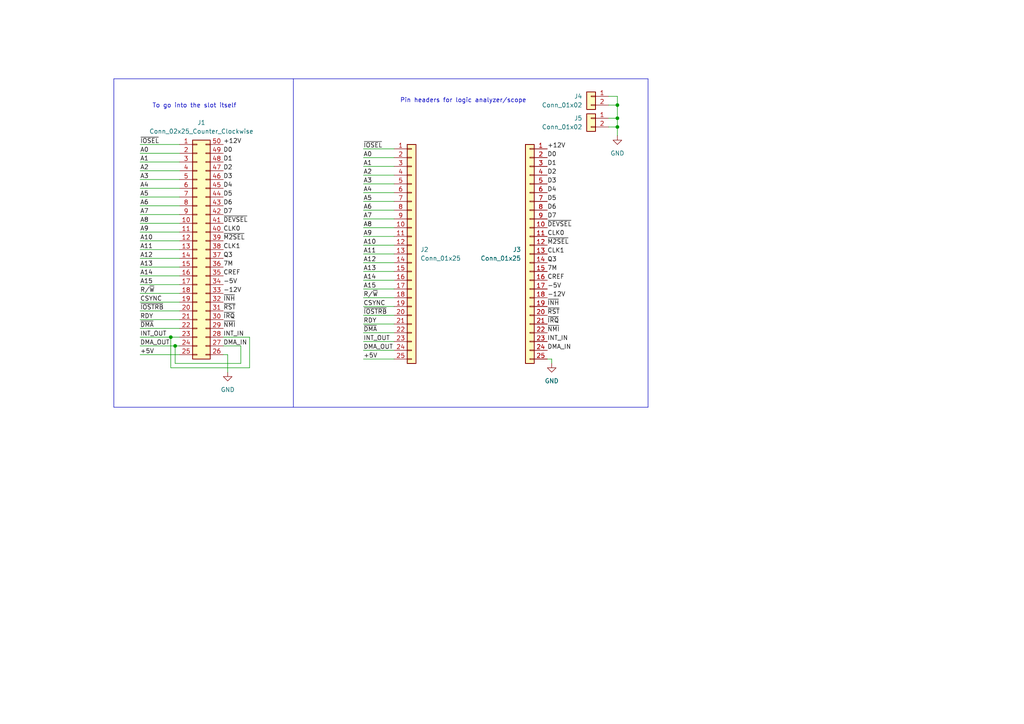
<source format=kicad_sch>
(kicad_sch (version 20250114) (generator "eeschema") (generator_version "9.0")
  (paper "A4")
  (lib_symbols
    (symbol "Connector_Generic:Conn_01x02" (pin_names (offset 1.016) (hide yes))
      (property "Reference" "J" (at 0 2.54 0))
      (property "Value" "Conn_01x02" (at 0 -5.08 0))
      (symbol "Conn_01x02_1_1"
        (rectangle (start -1.27 1.27) (end 1.27 -3.81) (stroke (width 0.254)) (fill (type background)))
        (rectangle (start -1.27 0.127) (end 0 -0.127) (stroke (width 0.1524)))
        (rectangle (start -1.27 -2.413) (end 0 -2.667) (stroke (width 0.1524)))
        (pin passive line (at -5.08 0 0) (length 3.81) (name "Pin_1") (number "1"))
        (pin passive line (at -5.08 -2.54 0) (length 3.81) (name "Pin_2") (number "2"))
      )
    )
    (symbol "Connector_Generic:Conn_01x25" (pin_names (offset 1.016) (hide yes))
      (property "Reference" "J" (at 0 33.02 0))
      (property "Value" "Conn_01x25" (at 0 -33.02 0))
      (symbol "Conn_01x25_1_1"
        (rectangle (start -1.27 31.75) (end 1.27 -31.75) (stroke (width 0.254)) (fill (type background)))
        (rectangle (start -1.27 30.607) (end 0 30.353) (stroke (width 0.1524)))
        (rectangle (start -1.27 28.067) (end 0 27.813) (stroke (width 0.1524)))
        (rectangle (start -1.27 25.527) (end 0 25.273) (stroke (width 0.1524)))
        (rectangle (start -1.27 22.987) (end 0 22.733) (stroke (width 0.1524)))
        (rectangle (start -1.27 20.447) (end 0 20.193) (stroke (width 0.1524)))
        (rectangle (start -1.27 17.907) (end 0 17.653) (stroke (width 0.1524)))
        (rectangle (start -1.27 15.367) (end 0 15.113) (stroke (width 0.1524)))
        (rectangle (start -1.27 12.827) (end 0 12.573) (stroke (width 0.1524)))
        (rectangle (start -1.27 10.287) (end 0 10.033) (stroke (width 0.1524)))
        (rectangle (start -1.27 7.747) (end 0 7.493) (stroke (width 0.1524)))
        (rectangle (start -1.27 5.207) (end 0 4.953) (stroke (width 0.1524)))
        (rectangle (start -1.27 2.667) (end 0 2.413) (stroke (width 0.1524)))
        (rectangle (start -1.27 0.127) (end 0 -0.127) (stroke (width 0.1524)))
        (rectangle (start -1.27 -2.413) (end 0 -2.667) (stroke (width 0.1524)))
        (rectangle (start -1.27 -4.953) (end 0 -5.207) (stroke (width 0.1524)))
        (rectangle (start -1.27 -7.493) (end 0 -7.747) (stroke (width 0.1524)))
        (rectangle (start -1.27 -10.033) (end 0 -10.287) (stroke (width 0.1524)))
        (rectangle (start -1.27 -12.573) (end 0 -12.827) (stroke (width 0.1524)))
        (rectangle (start -1.27 -15.113) (end 0 -15.367) (stroke (width 0.1524)))
        (rectangle (start -1.27 -17.653) (end 0 -17.907) (stroke (width 0.1524)))
        (rectangle (start -1.27 -20.193) (end 0 -20.447) (stroke (width 0.1524)))
        (rectangle (start -1.27 -22.733) (end 0 -22.987) (stroke (width 0.1524)))
        (rectangle (start -1.27 -25.273) (end 0 -25.527) (stroke (width 0.1524)))
        (rectangle (start -1.27 -27.813) (end 0 -28.067) (stroke (width 0.1524)))
        (rectangle (start -1.27 -30.353) (end 0 -30.607) (stroke (width 0.1524)))
        (pin passive line (at -5.08 30.48 0) (length 3.81) (name "Pin_1") (number "1"))
        (pin passive line (at -5.08 27.94 0) (length 3.81) (name "Pin_2") (number "2"))
        (pin passive line (at -5.08 25.4 0) (length 3.81) (name "Pin_3") (number "3"))
        (pin passive line (at -5.08 22.86 0) (length 3.81) (name "Pin_4") (number "4"))
        (pin passive line (at -5.08 20.32 0) (length 3.81) (name "Pin_5") (number "5"))
        (pin passive line (at -5.08 17.78 0) (length 3.81) (name "Pin_6") (number "6"))
        (pin passive line (at -5.08 15.24 0) (length 3.81) (name "Pin_7") (number "7"))
        (pin passive line (at -5.08 12.7 0) (length 3.81) (name "Pin_8") (number "8"))
        (pin passive line (at -5.08 10.16 0) (length 3.81) (name "Pin_9") (number "9"))
        (pin passive line (at -5.08 7.62 0) (length 3.81) (name "Pin_10") (number "10"))
        (pin passive line (at -5.08 5.08 0) (length 3.81) (name "Pin_11") (number "11"))
        (pin passive line (at -5.08 2.54 0) (length 3.81) (name "Pin_12") (number "12"))
        (pin passive line (at -5.08 0 0) (length 3.81) (name "Pin_13") (number "13"))
        (pin passive line (at -5.08 -2.54 0) (length 3.81) (name "Pin_14") (number "14"))
        (pin passive line (at -5.08 -5.08 0) (length 3.81) (name "Pin_15") (number "15"))
        (pin passive line (at -5.08 -7.62 0) (length 3.81) (name "Pin_16") (number "16"))
        (pin passive line (at -5.08 -10.16 0) (length 3.81) (name "Pin_17") (number "17"))
        (pin passive line (at -5.08 -12.7 0) (length 3.81) (name "Pin_18") (number "18"))
        (pin passive line (at -5.08 -15.24 0) (length 3.81) (name "Pin_19") (number "19"))
        (pin passive line (at -5.08 -17.78 0) (length 3.81) (name "Pin_20") (number "20"))
        (pin passive line (at -5.08 -20.32 0) (length 3.81) (name "Pin_21") (number "21"))
        (pin passive line (at -5.08 -22.86 0) (length 3.81) (name "Pin_22") (number "22"))
        (pin passive line (at -5.08 -25.4 0) (length 3.81) (name "Pin_23") (number "23"))
        (pin passive line (at -5.08 -27.94 0) (length 3.81) (name "Pin_24") (number "24"))
        (pin passive line (at -5.08 -30.48 0) (length 3.81) (name "Pin_25") (number "25"))
      )
    )
    (symbol "Connector_Generic:Conn_02x25_Counter_Clockwise" (pin_names (offset 1.016) (hide yes))
      (property "Reference" "J" (at 1.27 33.02 0))
      (property "Value" "Conn_02x25_Counter_Clockwise" (at 1.27 -33.02 0))
      (symbol "Conn_02x25_Counter_Clockwise_1_1"
        (rectangle (start -1.27 31.75) (end 3.81 -31.75) (stroke (width 0.254)) (fill (type background)))
        (rectangle (start -1.27 30.607) (end 0 30.353) (stroke (width 0.1524)))
        (rectangle (start -1.27 28.067) (end 0 27.813) (stroke (width 0.1524)))
        (rectangle (start -1.27 25.527) (end 0 25.273) (stroke (width 0.1524)))
        (rectangle (start -1.27 22.987) (end 0 22.733) (stroke (width 0.1524)))
        (rectangle (start -1.27 20.447) (end 0 20.193) (stroke (width 0.1524)))
        (rectangle (start -1.27 17.907) (end 0 17.653) (stroke (width 0.1524)))
        (rectangle (start -1.27 15.367) (end 0 15.113) (stroke (width 0.1524)))
        (rectangle (start -1.27 12.827) (end 0 12.573) (stroke (width 0.1524)))
        (rectangle (start -1.27 10.287) (end 0 10.033) (stroke (width 0.1524)))
        (rectangle (start -1.27 7.747) (end 0 7.493) (stroke (width 0.1524)))
        (rectangle (start -1.27 5.207) (end 0 4.953) (stroke (width 0.1524)))
        (rectangle (start -1.27 2.667) (end 0 2.413) (stroke (width 0.1524)))
        (rectangle (start -1.27 0.127) (end 0 -0.127) (stroke (width 0.1524)))
        (rectangle (start -1.27 -2.413) (end 0 -2.667) (stroke (width 0.1524)))
        (rectangle (start -1.27 -4.953) (end 0 -5.207) (stroke (width 0.1524)))
        (rectangle (start -1.27 -7.493) (end 0 -7.747) (stroke (width 0.1524)))
        (rectangle (start -1.27 -10.033) (end 0 -10.287) (stroke (width 0.1524)))
        (rectangle (start -1.27 -12.573) (end 0 -12.827) (stroke (width 0.1524)))
        (rectangle (start -1.27 -15.113) (end 0 -15.367) (stroke (width 0.1524)))
        (rectangle (start -1.27 -17.653) (end 0 -17.907) (stroke (width 0.1524)))
        (rectangle (start -1.27 -20.193) (end 0 -20.447) (stroke (width 0.1524)))
        (rectangle (start -1.27 -22.733) (end 0 -22.987) (stroke (width 0.1524)))
        (rectangle (start -1.27 -25.273) (end 0 -25.527) (stroke (width 0.1524)))
        (rectangle (start -1.27 -27.813) (end 0 -28.067) (stroke (width 0.1524)))
        (rectangle (start -1.27 -30.353) (end 0 -30.607) (stroke (width 0.1524)))
        (rectangle (start 3.81 30.607) (end 2.54 30.353) (stroke (width 0.1524)))
        (rectangle (start 3.81 28.067) (end 2.54 27.813) (stroke (width 0.1524)))
        (rectangle (start 3.81 25.527) (end 2.54 25.273) (stroke (width 0.1524)))
        (rectangle (start 3.81 22.987) (end 2.54 22.733) (stroke (width 0.1524)))
        (rectangle (start 3.81 20.447) (end 2.54 20.193) (stroke (width 0.1524)))
        (rectangle (start 3.81 17.907) (end 2.54 17.653) (stroke (width 0.1524)))
        (rectangle (start 3.81 15.367) (end 2.54 15.113) (stroke (width 0.1524)))
        (rectangle (start 3.81 12.827) (end 2.54 12.573) (stroke (width 0.1524)))
        (rectangle (start 3.81 10.287) (end 2.54 10.033) (stroke (width 0.1524)))
        (rectangle (start 3.81 7.747) (end 2.54 7.493) (stroke (width 0.1524)))
        (rectangle (start 3.81 5.207) (end 2.54 4.953) (stroke (width 0.1524)))
        (rectangle (start 3.81 2.667) (end 2.54 2.413) (stroke (width 0.1524)))
        (rectangle (start 3.81 0.127) (end 2.54 -0.127) (stroke (width 0.1524)))
        (rectangle (start 3.81 -2.413) (end 2.54 -2.667) (stroke (width 0.1524)))
        (rectangle (start 3.81 -4.953) (end 2.54 -5.207) (stroke (width 0.1524)))
        (rectangle (start 3.81 -7.493) (end 2.54 -7.747) (stroke (width 0.1524)))
        (rectangle (start 3.81 -10.033) (end 2.54 -10.287) (stroke (width 0.1524)))
        (rectangle (start 3.81 -12.573) (end 2.54 -12.827) (stroke (width 0.1524)))
        (rectangle (start 3.81 -15.113) (end 2.54 -15.367) (stroke (width 0.1524)))
        (rectangle (start 3.81 -17.653) (end 2.54 -17.907) (stroke (width 0.1524)))
        (rectangle (start 3.81 -20.193) (end 2.54 -20.447) (stroke (width 0.1524)))
        (rectangle (start 3.81 -22.733) (end 2.54 -22.987) (stroke (width 0.1524)))
        (rectangle (start 3.81 -25.273) (end 2.54 -25.527) (stroke (width 0.1524)))
        (rectangle (start 3.81 -27.813) (end 2.54 -28.067) (stroke (width 0.1524)))
        (rectangle (start 3.81 -30.353) (end 2.54 -30.607) (stroke (width 0.1524)))
        (pin passive line (at -5.08 30.48 0) (length 3.81) (name "Pin_1") (number "1"))
        (pin passive line (at -5.08 27.94 0) (length 3.81) (name "Pin_2") (number "2"))
        (pin passive line (at -5.08 25.4 0) (length 3.81) (name "Pin_3") (number "3"))
        (pin passive line (at -5.08 22.86 0) (length 3.81) (name "Pin_4") (number "4"))
        (pin passive line (at -5.08 20.32 0) (length 3.81) (name "Pin_5") (number "5"))
        (pin passive line (at -5.08 17.78 0) (length 3.81) (name "Pin_6") (number "6"))
        (pin passive line (at -5.08 15.24 0) (length 3.81) (name "Pin_7") (number "7"))
        (pin passive line (at -5.08 12.7 0) (length 3.81) (name "Pin_8") (number "8"))
        (pin passive line (at -5.08 10.16 0) (length 3.81) (name "Pin_9") (number "9"))
        (pin passive line (at -5.08 7.62 0) (length 3.81) (name "Pin_10") (number "10"))
        (pin passive line (at -5.08 5.08 0) (length 3.81) (name "Pin_11") (number "11"))
        (pin passive line (at -5.08 2.54 0) (length 3.81) (name "Pin_12") (number "12"))
        (pin passive line (at -5.08 0 0) (length 3.81) (name "Pin_13") (number "13"))
        (pin passive line (at -5.08 -2.54 0) (length 3.81) (name "Pin_14") (number "14"))
        (pin passive line (at -5.08 -5.08 0) (length 3.81) (name "Pin_15") (number "15"))
        (pin passive line (at -5.08 -7.62 0) (length 3.81) (name "Pin_16") (number "16"))
        (pin passive line (at -5.08 -10.16 0) (length 3.81) (name "Pin_17") (number "17"))
        (pin passive line (at -5.08 -12.7 0) (length 3.81) (name "Pin_18") (number "18"))
        (pin passive line (at -5.08 -15.24 0) (length 3.81) (name "Pin_19") (number "19"))
        (pin passive line (at -5.08 -17.78 0) (length 3.81) (name "Pin_20") (number "20"))
        (pin passive line (at -5.08 -20.32 0) (length 3.81) (name "Pin_21") (number "21"))
        (pin passive line (at -5.08 -22.86 0) (length 3.81) (name "Pin_22") (number "22"))
        (pin passive line (at -5.08 -25.4 0) (length 3.81) (name "Pin_23") (number "23"))
        (pin passive line (at -5.08 -27.94 0) (length 3.81) (name "Pin_24") (number "24"))
        (pin passive line (at -5.08 -30.48 0) (length 3.81) (name "Pin_25") (number "25"))
        (pin passive line (at 7.62 30.48 180) (length 3.81) (name "Pin_50") (number "50"))
        (pin passive line (at 7.62 27.94 180) (length 3.81) (name "Pin_49") (number "49"))
        (pin passive line (at 7.62 25.4 180) (length 3.81) (name "Pin_48") (number "48"))
        (pin passive line (at 7.62 22.86 180) (length 3.81) (name "Pin_47") (number "47"))
        (pin passive line (at 7.62 20.32 180) (length 3.81) (name "Pin_46") (number "46"))
        (pin passive line (at 7.62 17.78 180) (length 3.81) (name "Pin_45") (number "45"))
        (pin passive line (at 7.62 15.24 180) (length 3.81) (name "Pin_44") (number "44"))
        (pin passive line (at 7.62 12.7 180) (length 3.81) (name "Pin_43") (number "43"))
        (pin passive line (at 7.62 10.16 180) (length 3.81) (name "Pin_42") (number "42"))
        (pin passive line (at 7.62 7.62 180) (length 3.81) (name "Pin_41") (number "41"))
        (pin passive line (at 7.62 5.08 180) (length 3.81) (name "Pin_40") (number "40"))
        (pin passive line (at 7.62 2.54 180) (length 3.81) (name "Pin_39") (number "39"))
        (pin passive line (at 7.62 0 180) (length 3.81) (name "Pin_38") (number "38"))
        (pin passive line (at 7.62 -2.54 180) (length 3.81) (name "Pin_37") (number "37"))
        (pin passive line (at 7.62 -5.08 180) (length 3.81) (name "Pin_36") (number "36"))
        (pin passive line (at 7.62 -7.62 180) (length 3.81) (name "Pin_35") (number "35"))
        (pin passive line (at 7.62 -10.16 180) (length 3.81) (name "Pin_34") (number "34"))
        (pin passive line (at 7.62 -12.7 180) (length 3.81) (name "Pin_33") (number "33"))
        (pin passive line (at 7.62 -15.24 180) (length 3.81) (name "Pin_32") (number "32"))
        (pin passive line (at 7.62 -17.78 180) (length 3.81) (name "Pin_31") (number "31"))
        (pin passive line (at 7.62 -20.32 180) (length 3.81) (name "Pin_30") (number "30"))
        (pin passive line (at 7.62 -22.86 180) (length 3.81) (name "Pin_29") (number "29"))
        (pin passive line (at 7.62 -25.4 180) (length 3.81) (name "Pin_28") (number "28"))
        (pin passive line (at 7.62 -27.94 180) (length 3.81) (name "Pin_27") (number "27"))
        (pin passive line (at 7.62 -30.48 180) (length 3.81) (name "Pin_26") (number "26"))
      )
    )
    (symbol "power:GND" (power) (pin_numbers (hide yes)) (pin_names (offset 0) (hide yes))
      (property "Value" "GND" (at 0 -3.81 0))
      (symbol "GND_0_1"
        (polyline (pts (xy 0 0) (xy 0 -1.27) (xy 1.27 -1.27) (xy 0 -2.54) (xy -1.27 -1.27) (xy 0 -1.27)))
      )
      (symbol "GND_1_1"
        (pin power_in line (at 0 0 270) (length 0) (name "~") (number "1"))
      )
    )
  )
  (text "Pin headers for logic analyzer/scope" (at 134.366 29.21 0) (effects (font (size 1.27 1.27))))
  (text "To go into the slot itself" (at 56.388 30.734 0) (effects (font (size 1.27 1.27))))
  (junction (at 179.07 36.83))
  (junction (at 49.53 97.79))
  (junction (at 50.8 100.33))
  (junction (at 179.07 30.48))
  (junction (at 179.07 34.29))
  (polyline (pts (xy 85.09 118.11) (xy 85.09 22.86)))
  (wire (pts (xy 40.64 49.53) (xy 52.07 49.53)))
  (wire (pts (xy 40.64 95.25) (xy 52.07 95.25)))
  (wire (pts (xy 105.41 68.58) (xy 114.3 68.58)))
  (polyline (pts (xy 85.09 22.86) (xy 187.96 22.86)))
  (wire (pts (xy 105.41 104.14) (xy 114.3 104.14)))
  (polyline (pts (xy 33.02 118.11) (xy 85.09 118.11)))
  (wire (pts (xy 40.64 74.93) (xy 52.07 74.93)))
  (wire (pts (xy 40.64 67.31) (xy 52.07 67.31)))
  (wire (pts (xy 40.64 85.09) (xy 52.07 85.09)))
  (wire (pts (xy 72.39 106.68) (xy 72.39 97.79)))
  (wire (pts (xy 105.41 91.44) (xy 114.3 91.44)))
  (wire (pts (xy 105.41 99.06) (xy 114.3 99.06)))
  (wire (pts (xy 160.02 104.14) (xy 158.75 104.14)))
  (wire (pts (xy 179.07 39.37) (xy 179.07 36.83)))
  (wire (pts (xy 40.64 87.63) (xy 52.07 87.63)))
  (wire (pts (xy 105.41 86.36) (xy 114.3 86.36)))
  (wire (pts (xy 40.64 100.33) (xy 50.8 100.33)))
  (wire (pts (xy 40.64 64.77) (xy 52.07 64.77)))
  (wire (pts (xy 40.64 59.69) (xy 52.07 59.69)))
  (wire (pts (xy 66.04 107.95) (xy 66.04 102.87)))
  (wire (pts (xy 179.07 27.94) (xy 176.53 27.94)))
  (wire (pts (xy 105.41 58.42) (xy 114.3 58.42)))
  (wire (pts (xy 40.64 90.17) (xy 52.07 90.17)))
  (wire (pts (xy 105.41 45.72) (xy 114.3 45.72)))
  (wire (pts (xy 105.41 48.26) (xy 114.3 48.26)))
  (wire (pts (xy 179.07 36.83) (xy 179.07 34.29)))
  (wire (pts (xy 105.41 93.98) (xy 114.3 93.98)))
  (wire (pts (xy 69.85 105.41) (xy 69.85 100.33)))
  (wire (pts (xy 40.64 41.91) (xy 52.07 41.91)))
  (polyline (pts (xy 187.96 22.86) (xy 187.96 118.11)))
  (wire (pts (xy 72.39 97.79) (xy 64.77 97.79)))
  (wire (pts (xy 105.41 55.88) (xy 114.3 55.88)))
  (wire (pts (xy 69.85 100.33) (xy 64.77 100.33)))
  (wire (pts (xy 40.64 102.87) (xy 52.07 102.87)))
  (wire (pts (xy 105.41 81.28) (xy 114.3 81.28)))
  (wire (pts (xy 179.07 36.83) (xy 176.53 36.83)))
  (wire (pts (xy 105.41 78.74) (xy 114.3 78.74)))
  (wire (pts (xy 105.41 63.5) (xy 114.3 63.5)))
  (wire (pts (xy 50.8 100.33) (xy 52.07 100.33)))
  (wire (pts (xy 66.04 102.87) (xy 64.77 102.87)))
  (wire (pts (xy 160.02 105.41) (xy 160.02 104.14)))
  (wire (pts (xy 40.64 52.07) (xy 52.07 52.07)))
  (wire (pts (xy 40.64 72.39) (xy 52.07 72.39)))
  (wire (pts (xy 40.64 77.47) (xy 52.07 77.47)))
  (wire (pts (xy 49.53 97.79) (xy 49.53 106.68)))
  (wire (pts (xy 105.41 53.34) (xy 114.3 53.34)))
  (wire (pts (xy 179.07 34.29) (xy 179.07 30.48)))
  (wire (pts (xy 40.64 80.01) (xy 52.07 80.01)))
  (polyline (pts (xy 85.09 22.86) (xy 33.02 22.86)))
  (polyline (pts (xy 187.96 118.11) (xy 85.09 118.11)))
  (wire (pts (xy 105.41 88.9) (xy 114.3 88.9)))
  (wire (pts (xy 179.07 30.48) (xy 179.07 27.94)))
  (wire (pts (xy 179.07 34.29) (xy 176.53 34.29)))
  (wire (pts (xy 105.41 76.2) (xy 114.3 76.2)))
  (wire (pts (xy 40.64 54.61) (xy 52.07 54.61)))
  (wire (pts (xy 105.41 71.12) (xy 114.3 71.12)))
  (wire (pts (xy 40.64 92.71) (xy 52.07 92.71)))
  (wire (pts (xy 105.41 73.66) (xy 114.3 73.66)))
  (wire (pts (xy 105.41 50.8) (xy 114.3 50.8)))
  (wire (pts (xy 105.41 66.04) (xy 114.3 66.04)))
  (wire (pts (xy 105.41 60.96) (xy 114.3 60.96)))
  (wire (pts (xy 40.64 44.45) (xy 52.07 44.45)))
  (wire (pts (xy 40.64 69.85) (xy 52.07 69.85)))
  (wire (pts (xy 105.41 101.6) (xy 114.3 101.6)))
  (wire (pts (xy 105.41 83.82) (xy 114.3 83.82)))
  (wire (pts (xy 40.64 82.55) (xy 52.07 82.55)))
  (wire (pts (xy 105.41 96.52) (xy 114.3 96.52)))
  (wire (pts (xy 50.8 100.33) (xy 50.8 105.41)))
  (wire (pts (xy 40.64 97.79) (xy 49.53 97.79)))
  (wire (pts (xy 50.8 105.41) (xy 69.85 105.41)))
  (wire (pts (xy 40.64 57.15) (xy 52.07 57.15)))
  (wire (pts (xy 40.64 46.99) (xy 52.07 46.99)))
  (wire (pts (xy 49.53 106.68) (xy 72.39 106.68)))
  (wire (pts (xy 49.53 97.79) (xy 52.07 97.79)))
  (wire (pts (xy 105.41 43.18) (xy 114.3 43.18)))
  (polyline (pts (xy 33.02 22.86) (xy 33.02 118.11)))
  (wire (pts (xy 40.64 62.23) (xy 52.07 62.23)))
  (wire (pts (xy 179.07 30.48) (xy 176.53 30.48)))
  (label "A15" (at 105.41 83.82 0))
  (label "7M" (at 64.77 77.47 0))
  (label "+12V" (at 64.77 41.91 0))
  (label "D0" (at 64.77 44.45 0))
  (label "CSYNC" (at 105.41 88.9 0))
  (label "D1" (at 158.75 48.26 0))
  (label "DMA_OUT" (at 105.41 101.6 0))
  (label "D3" (at 158.75 53.34 0))
  (label "~{RST}" (at 64.77 90.17 0))
  (label "A1" (at 40.64 46.99 0))
  (label "CSYNC" (at 40.64 87.63 0))
  (label "-5V" (at 158.75 83.82 0))
  (label "A7" (at 105.41 63.5 0))
  (label "A2" (at 40.64 49.53 0))
  (label "DMA_IN" (at 64.77 100.33 0))
  (label "A13" (at 40.64 77.47 0))
  (label "A11" (at 105.41 73.66 0))
  (label "Q3" (at 158.75 76.2 0))
  (label "-12V" (at 64.77 85.09 0))
  (label "A0" (at 40.64 44.45 0))
  (label "A1" (at 105.41 48.26 0))
  (label "7M" (at 158.75 78.74 0))
  (label "~{NMI}" (at 158.75 96.52 0))
  (label "R{slash}~{W}" (at 105.41 86.36 0))
  (label "~{M2SEL}" (at 158.75 71.12 0))
  (label "~{RST}" (at 158.75 91.44 0))
  (label "~{IOSEL}" (at 105.41 43.18 0))
  (label "A4" (at 40.64 54.61 0))
  (label "D5" (at 64.77 57.15 0))
  (label "+5V" (at 105.41 104.14 0))
  (label "DMA_OUT" (at 40.64 100.33 0))
  (label "A3" (at 105.41 53.34 0))
  (label "A12" (at 105.41 76.2 0))
  (label "CLK1" (at 64.77 72.39 0))
  (label "~{IRQ}" (at 158.75 93.98 0))
  (label "D1" (at 64.77 46.99 0))
  (label "D5" (at 158.75 58.42 0))
  (label "A14" (at 105.41 81.28 0))
  (label "~{DEVSEL}" (at 64.77 64.77 0))
  (label "~{IOSTRB}" (at 40.64 90.17 0))
  (label "RDY" (at 40.64 92.71 0))
  (label "A4" (at 105.41 55.88 0))
  (label "A5" (at 40.64 57.15 0))
  (label "A9" (at 40.64 67.31 0))
  (label "~{IRQ}" (at 64.77 92.71 0))
  (label "~{DMA}" (at 105.41 96.52 0))
  (label "A5" (at 105.41 58.42 0))
  (label "D7" (at 158.75 63.5 0))
  (label "INT_IN" (at 158.75 99.06 0))
  (label "D7" (at 64.77 62.23 0))
  (label "D3" (at 64.77 52.07 0))
  (label "A10" (at 40.64 69.85 0))
  (label "~{M2SEL}" (at 64.77 69.85 0))
  (label "~{IOSTRB}" (at 105.41 91.44 0))
  (label "A14" (at 40.64 80.01 0))
  (label "D4" (at 64.77 54.61 0))
  (label "D6" (at 64.77 59.69 0))
  (label "A0" (at 105.41 45.72 0))
  (label "INT_OUT" (at 105.41 99.06 0))
  (label "~{IOSEL}" (at 40.64 41.91 0))
  (label "CREF" (at 158.75 81.28 0))
  (label "CLK0" (at 64.77 67.31 0))
  (label "A13" (at 105.41 78.74 0))
  (label "+5V" (at 40.64 102.87 0))
  (label "A3" (at 40.64 52.07 0))
  (label "INT_OUT" (at 40.64 97.79 0))
  (label "A2" (at 105.41 50.8 0))
  (label "~{INH}" (at 64.77 87.63 0))
  (label "D0" (at 158.75 45.72 0))
  (label "A10" (at 105.41 71.12 0))
  (label "A6" (at 40.64 59.69 0))
  (label "DMA_IN" (at 158.75 101.6 0))
  (label "~{INH}" (at 158.75 88.9 0))
  (label "CLK0" (at 158.75 68.58 0))
  (label "D4" (at 158.75 55.88 0))
  (label "~{DEVSEL}" (at 158.75 66.04 0))
  (label "~{DMA}" (at 40.64 95.25 0))
  (label "-12V" (at 158.75 86.36 0))
  (label "R{slash}~{W}" (at 40.64 85.09 0))
  (label "A8" (at 40.64 64.77 0))
  (label "Q3" (at 64.77 74.93 0))
  (label "D2" (at 158.75 50.8 0))
  (label "A6" (at 105.41 60.96 0))
  (label "CLK1" (at 158.75 73.66 0))
  (label "A8" (at 105.41 66.04 0))
  (label "A11" (at 40.64 72.39 0))
  (label "RDY" (at 105.41 93.98 0))
  (label "-5V" (at 64.77 82.55 0))
  (label "INT_IN" (at 64.77 97.79 0))
  (label "D2" (at 64.77 49.53 0))
  (label "+12V" (at 158.75 43.18 0))
  (label "CREF" (at 64.77 80.01 0))
  (label "A9" (at 105.41 68.58 0))
  (label "A15" (at 40.64 82.55 0))
  (label "A12" (at 40.64 74.93 0))
  (label "D6" (at 158.75 60.96 0))
  (label "~{NMI}" (at 64.77 95.25 0))
  (label "A7" (at 40.64 62.23 0))
  (symbol (lib_id "Connector_Generic:Conn_01x02") (at 171.45 27.94 0) (mirror y) (unit 1)
    (property "Reference" "J4" (at 168.91 27.9399 0) (effects (justify left)))
    (property "Value" "Conn_01x02" (at 168.91 30.4799 0) (effects (justify left)))
    (property "Footprint" "Connector_PinHeader_2.54mm:PinHeader_1x02_P2.54mm_Vertical" (effects (hide yes)))
    (property "Description" "Generic connector, single row, 01x02, script generated (kicad-library-utils/schlib/autogen/connector/)" (effects (hide yes)))
  )
  (symbol (lib_id "power:GND") (at 179.07 39.37 0) (unit 1)
    (property "Reference" "#PWR03" (effects (hide yes)))
    (property "Value" "GND" (at 179.07 44.45 0))
    (property "Description" "Power symbol creates a global label with name \"GND\" , ground" (effects (hide yes)))
  )
  (symbol (lib_id "Connector_Generic:Conn_01x02") (at 171.45 34.29 0) (mirror y) (unit 1)
    (property "Reference" "J5" (at 168.91 34.2899 0) (effects (justify left)))
    (property "Value" "Conn_01x02" (at 168.91 36.8299 0) (effects (justify left)))
    (property "Footprint" "Connector_PinHeader_2.54mm:PinHeader_1x02_P2.54mm_Vertical" (effects (hide yes)))
    (property "Description" "Generic connector, single row, 01x02, script generated (kicad-library-utils/schlib/autogen/connector/)" (effects (hide yes)))
  )
  (symbol (lib_id "Connector_Generic:Conn_01x25") (at 119.38 73.66 0) (unit 1)
    (property "Reference" "J2" (at 121.92 72.3899 0) (effects (justify left)))
    (property "Value" "Conn_01x25" (at 121.92 74.9299 0) (effects (justify left)))
    (property "Footprint" "Connector_PinHeader_2.54mm:PinHeader_1x25_P2.54mm_Vertical" (effects (hide yes)))
    (property "Description" "Generic connector, single row, 01x25, script generated (kicad-library-utils/schlib/autogen/connector/)" (effects (hide yes)))
  )
  (symbol (lib_id "power:GND") (at 66.04 107.95 0) (unit 1)
    (property "Reference" "#PWR01" (effects (hide yes)))
    (property "Value" "GND" (at 66.04 113.03 0))
    (property "Description" "Power symbol creates a global label with name \"GND\" , ground" (effects (hide yes)))
  )
  (symbol (lib_id "Connector_Generic:Conn_02x25_Counter_Clockwise") (at 57.15 72.39 0) (unit 1)
    (property "Reference" "J1" (at 58.42 35.56 0))
    (property "Value" "Conn_02x25_Counter_Clockwise" (at 58.42 38.1 0))
    (property "Footprint" "Apple2:Apple II Expansion Edge Connector" (effects (hide yes)))
    (property "Description" "Generic connector, double row, 02x25, counter clockwise pin numbering scheme (similar to DIP package numbering), script generated (kicad-library-utils/schlib/autogen/connector/)" (effects (hide yes)))
  )
  (symbol (lib_id "power:GND") (at 160.02 105.41 0) (unit 1)
    (property "Reference" "#PWR02" (effects (hide yes)))
    (property "Value" "GND" (at 160.02 110.49 0))
    (property "Description" "Power symbol creates a global label with name \"GND\" , ground" (effects (hide yes)))
  )
  (symbol (lib_id "Connector_Generic:Conn_01x25") (at 153.67 73.66 0) (mirror y) (unit 1)
    (property "Reference" "J3" (at 151.13 72.3899 0) (effects (justify left)))
    (property "Value" "Conn_01x25" (at 151.13 74.9299 0) (effects (justify left)))
    (property "Footprint" "Connector_PinHeader_2.54mm:PinHeader_1x25_P2.54mm_Vertical" (effects (hide yes)))
    (property "Description" "Generic connector, single row, 01x25, script generated (kicad-library-utils/schlib/autogen/connector/)" (effects (hide yes)))
  )
)
</source>
